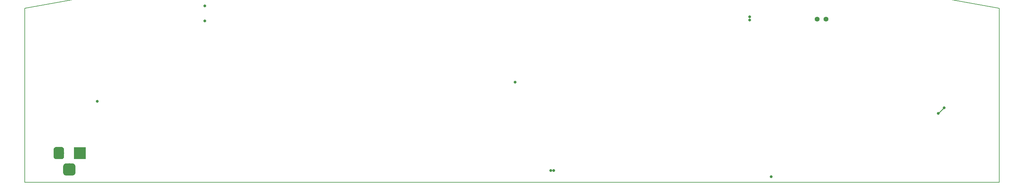
<source format=gbr>
%TF.GenerationSoftware,KiCad,Pcbnew,5.0.2-bee76a0~70~ubuntu18.04.1*%
%TF.CreationDate,2019-04-07T12:31:35-04:00*%
%TF.ProjectId,pcbnameplate,7063626e-616d-4657-906c-6174652e6b69,rev?*%
%TF.SameCoordinates,Original*%
%TF.FileFunction,Copper,L2,Bot*%
%TF.FilePolarity,Positive*%
%FSLAX46Y46*%
G04 Gerber Fmt 4.6, Leading zero omitted, Abs format (unit mm)*
G04 Created by KiCad (PCBNEW 5.0.2-bee76a0~70~ubuntu18.04.1) date Sun 07 Apr 2019 12:31:35 PM EDT*
%MOMM*%
%LPD*%
G01*
G04 APERTURE LIST*
%ADD10C,0.200000*%
%ADD11C,0.100000*%
%ADD12C,3.500000*%
%ADD13C,3.000000*%
%ADD14R,3.500000X3.500000*%
%ADD15C,1.400000*%
%ADD16C,0.800000*%
%ADD17C,0.250000*%
G04 APERTURE END LIST*
D10*
X36677600Y-138734800D02*
X36677600Y-88734800D01*
X316677600Y-138734800D02*
X316677600Y-88734800D01*
X36677600Y-88734800D02*
G75*
G02X316677600Y-88734800I140000000J-730000000D01*
G01*
X36677600Y-138734800D02*
X316677600Y-138734800D01*
D11*
G36*
X50437165Y-133307013D02*
X50522104Y-133319613D01*
X50605399Y-133340477D01*
X50686248Y-133369405D01*
X50763872Y-133406119D01*
X50837524Y-133450264D01*
X50906494Y-133501416D01*
X50970118Y-133559082D01*
X51027784Y-133622706D01*
X51078936Y-133691676D01*
X51123081Y-133765328D01*
X51159795Y-133842952D01*
X51188723Y-133923801D01*
X51209587Y-134007096D01*
X51222187Y-134092035D01*
X51226400Y-134177800D01*
X51226400Y-135927800D01*
X51222187Y-136013565D01*
X51209587Y-136098504D01*
X51188723Y-136181799D01*
X51159795Y-136262648D01*
X51123081Y-136340272D01*
X51078936Y-136413924D01*
X51027784Y-136482894D01*
X50970118Y-136546518D01*
X50906494Y-136604184D01*
X50837524Y-136655336D01*
X50763872Y-136699481D01*
X50686248Y-136736195D01*
X50605399Y-136765123D01*
X50522104Y-136785987D01*
X50437165Y-136798587D01*
X50351400Y-136802800D01*
X48601400Y-136802800D01*
X48515635Y-136798587D01*
X48430696Y-136785987D01*
X48347401Y-136765123D01*
X48266552Y-136736195D01*
X48188928Y-136699481D01*
X48115276Y-136655336D01*
X48046306Y-136604184D01*
X47982682Y-136546518D01*
X47925016Y-136482894D01*
X47873864Y-136413924D01*
X47829719Y-136340272D01*
X47793005Y-136262648D01*
X47764077Y-136181799D01*
X47743213Y-136098504D01*
X47730613Y-136013565D01*
X47726400Y-135927800D01*
X47726400Y-134177800D01*
X47730613Y-134092035D01*
X47743213Y-134007096D01*
X47764077Y-133923801D01*
X47793005Y-133842952D01*
X47829719Y-133765328D01*
X47873864Y-133691676D01*
X47925016Y-133622706D01*
X47982682Y-133559082D01*
X48046306Y-133501416D01*
X48115276Y-133450264D01*
X48188928Y-133406119D01*
X48266552Y-133369405D01*
X48347401Y-133340477D01*
X48430696Y-133319613D01*
X48515635Y-133307013D01*
X48601400Y-133302800D01*
X50351400Y-133302800D01*
X50437165Y-133307013D01*
X50437165Y-133307013D01*
G37*
D12*
X49476400Y-135052800D03*
D11*
G36*
X47299913Y-128606411D02*
X47372718Y-128617211D01*
X47444114Y-128635095D01*
X47513413Y-128659890D01*
X47579948Y-128691359D01*
X47643078Y-128729198D01*
X47702195Y-128773042D01*
X47756730Y-128822470D01*
X47806158Y-128877005D01*
X47850002Y-128936122D01*
X47887841Y-128999252D01*
X47919310Y-129065787D01*
X47944105Y-129135086D01*
X47961989Y-129206482D01*
X47972789Y-129279287D01*
X47976400Y-129352800D01*
X47976400Y-131352800D01*
X47972789Y-131426313D01*
X47961989Y-131499118D01*
X47944105Y-131570514D01*
X47919310Y-131639813D01*
X47887841Y-131706348D01*
X47850002Y-131769478D01*
X47806158Y-131828595D01*
X47756730Y-131883130D01*
X47702195Y-131932558D01*
X47643078Y-131976402D01*
X47579948Y-132014241D01*
X47513413Y-132045710D01*
X47444114Y-132070505D01*
X47372718Y-132088389D01*
X47299913Y-132099189D01*
X47226400Y-132102800D01*
X45726400Y-132102800D01*
X45652887Y-132099189D01*
X45580082Y-132088389D01*
X45508686Y-132070505D01*
X45439387Y-132045710D01*
X45372852Y-132014241D01*
X45309722Y-131976402D01*
X45250605Y-131932558D01*
X45196070Y-131883130D01*
X45146642Y-131828595D01*
X45102798Y-131769478D01*
X45064959Y-131706348D01*
X45033490Y-131639813D01*
X45008695Y-131570514D01*
X44990811Y-131499118D01*
X44980011Y-131426313D01*
X44976400Y-131352800D01*
X44976400Y-129352800D01*
X44980011Y-129279287D01*
X44990811Y-129206482D01*
X45008695Y-129135086D01*
X45033490Y-129065787D01*
X45064959Y-128999252D01*
X45102798Y-128936122D01*
X45146642Y-128877005D01*
X45196070Y-128822470D01*
X45250605Y-128773042D01*
X45309722Y-128729198D01*
X45372852Y-128691359D01*
X45439387Y-128659890D01*
X45508686Y-128635095D01*
X45580082Y-128617211D01*
X45652887Y-128606411D01*
X45726400Y-128602800D01*
X47226400Y-128602800D01*
X47299913Y-128606411D01*
X47299913Y-128606411D01*
G37*
D13*
X46476400Y-130352800D03*
D14*
X52476400Y-130352800D03*
D15*
X266928600Y-91871800D03*
X264388600Y-91871800D03*
D16*
X177596800Y-109982000D03*
X57505600Y-115506500D03*
X88442800Y-88036400D03*
X88442800Y-92405200D03*
X251180600Y-137185400D03*
X300834600Y-117322600D03*
X299183600Y-118973600D03*
X187807600Y-135356600D03*
X188696600Y-135356600D03*
X244932200Y-92151200D03*
X244932200Y-91211400D03*
D17*
X300834600Y-117322600D02*
X299183600Y-118973600D01*
M02*

</source>
